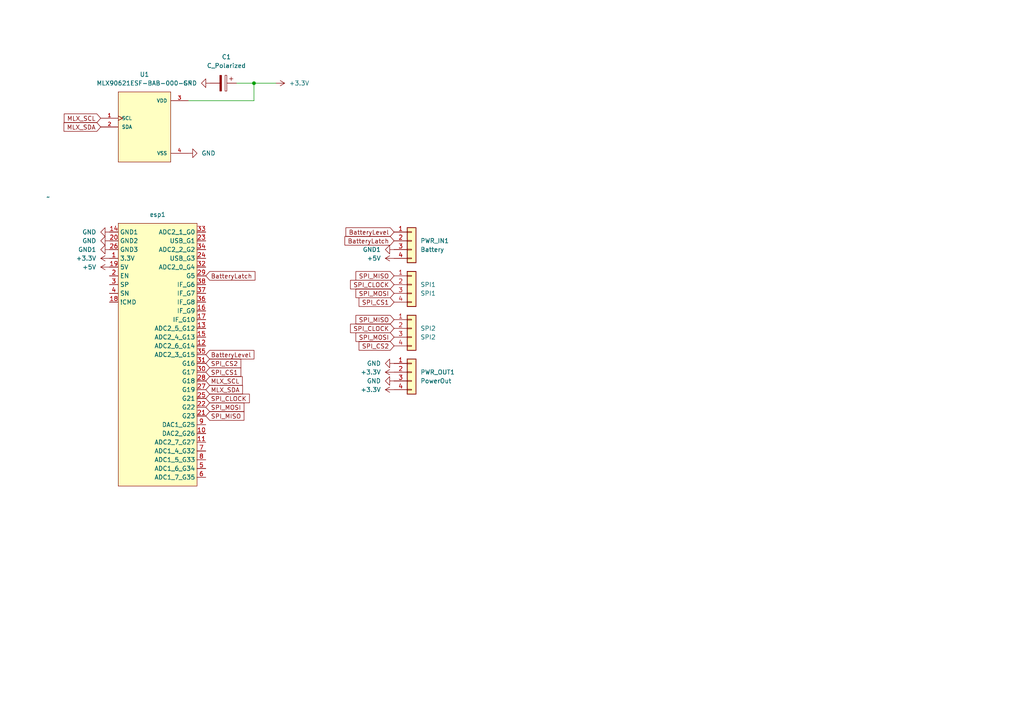
<source format=kicad_sch>
(kicad_sch (version 20230121) (generator eeschema)
  (paper "A4")
  (lib_symbols
    (symbol "AZdelivery_nodemcu_esp32:nodemcu_esp32_1_1"
      (property "Reference" "esp32" (at -6.35 7.62 0))
      (symbol "nodemcu_esp32_1_1_1_1"
        (rectangle (start 13.97 0) (end 36.83 -76.2) (fill (type background)))
        (pin power_out line (at 11.43 -10.16 0) (length 2.54) (name "3.3V") (number "1"))
        (pin bidirectional line (at 39.37 -60.96 180) (length 2.54) (name "DAC2_G26") (number "10"))
        (pin bidirectional line (at 39.37 -63.5 180) (length 2.54) (name "ADC2_7_G27") (number "11"))
        (pin bidirectional line (at 39.37 -35.56 180) (length 2.54) (name "ADC2_6_G14") (number "12"))
        (pin bidirectional line (at 39.37 -30.48 180) (length 2.54) (name "ADC2_5_G12") (number "13"))
        (pin power_out line (at 11.43 -2.54 0) (length 2.54) (name "GND1") (number "14"))
        (pin bidirectional line (at 39.37 -33.02 180) (length 2.54) (name "ADC2_4_G13") (number "15"))
        (pin input line (at 39.37 -25.4 180) (length 2.54) (name "IF_G9") (number "16"))
        (pin input line (at 39.37 -27.94 180) (length 2.54) (name "IF_G10") (number "17"))
        (pin output line (at 11.43 -22.86 0) (length 2.54) (name "!CMD") (number "18"))
        (pin power_out line (at 11.43 -12.7 0) (length 2.54) (name "5V") (number "19"))
        (pin output line (at 11.43 -15.24 0) (length 2.54) (name "EN") (number "2"))
        (pin power_out line (at 11.43 -5.08 0) (length 2.54) (name "GND2") (number "20"))
        (pin bidirectional line (at 39.37 -55.88 180) (length 2.54) (name "G23") (number "21"))
        (pin bidirectional line (at 39.37 -53.34 180) (length 2.54) (name "G22") (number "22"))
        (pin bidirectional line (at 39.37 -5.08 180) (length 2.54) (name "USB_G1") (number "23"))
        (pin bidirectional line (at 39.37 -10.16 180) (length 2.54) (name "USB_G3") (number "24"))
        (pin bidirectional line (at 39.37 -50.8 180) (length 2.54) (name "G21") (number "25"))
        (pin power_out line (at 11.43 -7.62 0) (length 2.54) (name "GND3") (number "26"))
        (pin bidirectional line (at 39.37 -48.26 180) (length 2.54) (name "G19") (number "27"))
        (pin bidirectional line (at 39.37 -45.72 180) (length 2.54) (name "G18") (number "28"))
        (pin bidirectional line (at 39.37 -15.24 180) (length 2.54) (name "G5") (number "29"))
        (pin output line (at 11.43 -17.78 0) (length 2.54) (name "SP") (number "3"))
        (pin bidirectional line (at 39.37 -43.18 180) (length 2.54) (name "G17") (number "30"))
        (pin bidirectional line (at 39.37 -40.64 180) (length 2.54) (name "G16") (number "31"))
        (pin bidirectional line (at 39.37 -12.7 180) (length 2.54) (name "ADC2_0_G4") (number "32"))
        (pin bidirectional line (at 39.37 -2.54 180) (length 2.54) (name "ADC2_1_G0") (number "33"))
        (pin bidirectional line (at 39.37 -7.62 180) (length 2.54) (name "ADC2_2_G2") (number "34"))
        (pin bidirectional line (at 39.37 -38.1 180) (length 2.54) (name "ADC2_3_G15") (number "35"))
        (pin input line (at 39.37 -22.86 180) (length 2.54) (name "IF_G8") (number "36"))
        (pin input line (at 39.37 -20.32 180) (length 2.54) (name "IF_G7") (number "37"))
        (pin input line (at 39.37 -17.78 180) (length 2.54) (name "IF_G6") (number "38"))
        (pin output line (at 11.43 -20.32 0) (length 2.54) (name "SN") (number "4"))
        (pin bidirectional line (at 39.37 -71.12 180) (length 2.54) (name "ADC1_6_G34") (number "5"))
        (pin bidirectional line (at 39.37 -73.66 180) (length 2.54) (name "ADC1_7_G35") (number "6"))
        (pin bidirectional line (at 39.37 -66.04 180) (length 2.54) (name "ADC1_4_G32") (number "7"))
        (pin bidirectional line (at 39.37 -68.58 180) (length 2.54) (name "ADC1_5_G33") (number "8"))
        (pin bidirectional line (at 39.37 -58.42 180) (length 2.54) (name "DAC1_G25") (number "9"))
      )
    )
    (symbol "Connector_Generic:Conn_01x04" (pin_names (offset 1.016) hide)
      (property "Reference" "J" (at 0 5.08 0))
      (property "Value" "Conn_01x04" (at 0 -7.62 0))
      (symbol "Conn_01x04_1_1"
        (rectangle (start -1.27 -4.953) (end 0 -5.207) (stroke (width 0.1524)))
        (rectangle (start -1.27 -2.413) (end 0 -2.667) (stroke (width 0.1524)))
        (rectangle (start -1.27 0.127) (end 0 -0.127) (stroke (width 0.1524)))
        (rectangle (start -1.27 2.667) (end 0 2.413) (stroke (width 0.1524)))
        (rectangle (start -1.27 3.81) (end 1.27 -6.35) (stroke (width 0.254)) (fill (type background)))
        (pin passive line (at -5.08 2.54 0) (length 3.81) (name "Pin_1") (number "1"))
        (pin passive line (at -5.08 0 0) (length 3.81) (name "Pin_2") (number "2"))
        (pin passive line (at -5.08 -2.54 0) (length 3.81) (name "Pin_3") (number "3"))
        (pin passive line (at -5.08 -5.08 0) (length 3.81) (name "Pin_4") (number "4"))
      )
    )
    (symbol "Device:C_Polarized" (pin_numbers hide) (pin_names (offset 0.254))
      (property "Reference" "C" (at 0.635 2.54 0))
      (property "Value" "C_Polarized" (at 0.635 -2.54 0))
      (symbol "C_Polarized_0_1"
        (rectangle (start -2.286 0.508) (end 2.286 1.016))
        (polyline (pts (xy -1.778 2.286) (xy -0.762 2.286)))
        (polyline (pts (xy -1.27 2.794) (xy -1.27 1.778)))
        (rectangle (start 2.286 -0.508) (end -2.286 -1.016) (fill (type outline)))
      )
      (symbol "C_Polarized_1_1"
        (pin passive line (at 0 3.81 270) (length 2.794) (name "~") (number "1"))
        (pin passive line (at 0 -3.81 90) (length 2.794) (name "~") (number "2"))
      )
    )
    (symbol "MLX90621ESF-BAB-000-SP:MLX90621ESF-BAB-000-SP" (pin_names (offset 1.016))
      (property "Reference" "U" (at -7.62 10.922 0))
      (property "Value" "MLX90621ESF-BAB-000-SP" (at -7.62 -12.7 0))
      (symbol "MLX90621ESF-BAB-000-SP_0_0"
        (rectangle (start -7.62 10.16) (end 7.62 -10.16) (stroke (width 0.1524)) (fill (type background)))
        (pin input clock (at -12.7 2.54 0) (length 5.08) (name "SCL") (number "1"))
        (pin bidirectional line (at -12.7 0 0) (length 5.08) (name "SDA") (number "2"))
        (pin power_in line (at 12.7 7.62 180) (length 5.08) (name "VDD") (number "3"))
        (pin power_in line (at 12.7 -7.62 180) (length 5.08) (name "VSS") (number "4"))
      )
    )
    (symbol "power:+3.3V" (power) (pin_names (offset 0))
      (property "Value" "+3.3V" (at 0 3.556 0))
      (symbol "+3.3V_0_1"
        (polyline (pts (xy -0.762 1.27) (xy 0 2.54)))
        (polyline (pts (xy 0 0) (xy 0 2.54)))
        (polyline (pts (xy 0 2.54) (xy 0.762 1.27)))
      )
      (symbol "+3.3V_1_1"
        (pin power_in line (at 0 0 90) (length 0) hide (name "+3.3V") (number "1"))
      )
    )
    (symbol "power:+5V" (power) (pin_names (offset 0))
      (property "Value" "+5V" (at 0 3.556 0))
      (symbol "+5V_0_1"
        (polyline (pts (xy -0.762 1.27) (xy 0 2.54)))
        (polyline (pts (xy 0 0) (xy 0 2.54)))
        (polyline (pts (xy 0 2.54) (xy 0.762 1.27)))
      )
      (symbol "+5V_1_1"
        (pin power_in line (at 0 0 90) (length 0) hide (name "+5V") (number "1"))
      )
    )
    (symbol "power:GND" (power) (pin_names (offset 0))
      (property "Value" "GND" (at 0 -3.81 0))
      (symbol "GND_0_1"
        (polyline (pts (xy 0 0) (xy 0 -1.27) (xy 1.27 -1.27) (xy 0 -2.54) (xy -1.27 -1.27) (xy 0 -1.27)))
      )
      (symbol "GND_1_1"
        (pin power_in line (at 0 0 270) (length 0) hide (name "GND") (number "1"))
      )
    )
    (symbol "power:GND1" (power) (pin_names (offset 0))
      (property "Value" "GND1" (at 0 -3.81 0))
      (symbol "GND1_0_1"
        (polyline (pts (xy 0 0) (xy 0 -1.27) (xy 1.27 -1.27) (xy 0 -2.54) (xy -1.27 -1.27) (xy 0 -1.27)))
      )
      (symbol "GND1_1_1"
        (pin power_in line (at 0 0 270) (length 0) hide (name "GND1") (number "1"))
      )
    )
  )
  (junction (at 73.66 24.13))
  (wire (pts (xy 68.58 24.13) (xy 73.66 24.13)))
  (wire (pts (xy 54.61 29.21) (xy 73.66 29.21)))
  (wire (pts (xy 73.66 29.21) (xy 73.66 24.13)))
  (wire (pts (xy 73.66 24.13) (xy 80.01 24.13)))
  (global_label "SPI_MISO" (shape input) (at 59.69 120.65 0) (property "Intersheetrefs" "${INTERSHEET_REFS}" (effects hide)))
  (global_label "SPI_CS2" (shape input) (at 114.3 100.33 180) (property "Intersheetrefs" "${INTERSHEET_REFS}" (effects hide)))
  (global_label "MLX_SDA" (shape input) (at 29.21 36.83 180) (property "Intersheetrefs" "${INTERSHEET_REFS}" (effects hide)))
  (global_label "SPI_MOSI" (shape input) (at 114.3 85.09 180) (property "Intersheetrefs" "${INTERSHEET_REFS}" (effects hide)))
  (global_label "BatteryLevel" (shape input) (at 114.3 67.31 180) (property "Intersheetrefs" "${INTERSHEET_REFS}" (effects hide)))
  (global_label "SPI_MISO" (shape input) (at 114.3 92.71 180) (property "Intersheetrefs" "${INTERSHEET_REFS}" (effects hide)))
  (global_label "SPI_MOSI" (shape input) (at 114.3 97.79 180) (property "Intersheetrefs" "${INTERSHEET_REFS}" (effects hide)))
  (global_label "SPI_CS2" (shape input) (at 59.69 105.41 0) (property "Intersheetrefs" "${INTERSHEET_REFS}" (effects hide)))
  (global_label "BatteryLatch" (shape input) (at 59.69 80.01 0) (property "Intersheetrefs" "${INTERSHEET_REFS}" (effects hide)))
  (global_label "SPI_CLOCK" (shape input) (at 114.3 82.55 180) (property "Intersheetrefs" "${INTERSHEET_REFS}" (effects hide)))
  (global_label "SPI_CLOCK" (shape input) (at 59.69 115.57 0) (property "Intersheetrefs" "${INTERSHEET_REFS}" (effects hide)))
  (global_label "SPI_MOSI" (shape input) (at 59.69 118.11 0) (property "Intersheetrefs" "${INTERSHEET_REFS}" (effects hide)))
  (global_label "SPI_CS1" (shape input) (at 59.69 107.95 0) (property "Intersheetrefs" "${INTERSHEET_REFS}" (effects hide)))
  (global_label "MLX_SDA" (shape input) (at 59.69 113.03 0) (property "Intersheetrefs" "${INTERSHEET_REFS}" (effects hide)))
  (global_label "BatteryLatch" (shape input) (at 114.3 69.85 180) (property "Intersheetrefs" "${INTERSHEET_REFS}" (effects hide)))
  (global_label "SPI_MISO" (shape input) (at 114.3 80.01 180) (property "Intersheetrefs" "${INTERSHEET_REFS}" (effects hide)))
  (global_label "MLX_SCL" (shape input) (at 59.69 110.49 0) (property "Intersheetrefs" "${INTERSHEET_REFS}" (effects hide)))
  (global_label "SPI_CLOCK" (shape input) (at 114.3 95.25 180) (property "Intersheetrefs" "${INTERSHEET_REFS}" (effects hide)))
  (global_label "MLX_SCL" (shape input) (at 29.21 34.29 180) (property "Intersheetrefs" "${INTERSHEET_REFS}" (effects hide)))
  (global_label "BatteryLevel" (shape input) (at 59.69 102.87 0) (property "Intersheetrefs" "${INTERSHEET_REFS}" (effects hide)))
  (global_label "SPI_CS1" (shape input) (at 114.3 87.63 180) (property "Intersheetrefs" "${INTERSHEET_REFS}" (effects hide)))
  (symbol (lib_id "power:+3.3V") (at 31.75 74.93 90) (unit 1)
    (property "Reference" "#PWR06" (effects hide))
    (property "Value" "+3.3V" (at 27.94 74.93 90) (effects (justify left)))
  )
  (symbol (lib_id "power:+3.3V") (at 80.01 24.13 270) (unit 1)
    (property "Reference" "#PWR07" (effects hide))
    (property "Value" "+3.3V" (at 83.82 24.13 90) (effects (justify left)))
  )
  (symbol (lib_id "power:GND") (at 31.75 69.85 270) (unit 1)
    (property "Reference" "#PWR02" (effects hide))
    (property "Value" "GND" (at 27.94 69.85 90) (effects (justify right)))
  )
  (symbol (lib_id "power:+5V") (at 31.75 77.47 90) (unit 1)
    (property "Reference" "#PWR08" (effects hide))
    (property "Value" "+5V" (at 27.94 77.47 90) (effects (justify left)))
  )
  (symbol (lib_id "power:GND") (at 114.3 105.41 270) (unit 1)
    (property "Reference" "#PWR013" (effects hide))
    (property "Value" "GND" (at 110.49 105.41 90) (effects (justify right)))
  )
  (symbol (lib_id "MLX90621ESF-BAB-000-SP:MLX90621ESF-BAB-000-SP") (at 41.91 36.83 0) (unit 1)
    (property "Reference" "U1" (at 41.91 21.59 0))
    (property "Value" "MLX90621ESF-BAB-000-SP" (at 41.91 24.13 0))
    (property "Footprint" "TO292P930H600-4" (effects hide))
    (property "Description" "\nTemperature Sensor Digital, Infrared (IR) -40°C ~ 85°C - TO-39\n" (effects hide))
  )
  (symbol (lib_id "power:GND") (at 31.75 67.31 270) (unit 1)
    (property "Reference" "#PWR01" (effects hide))
    (property "Value" "GND" (at 27.94 67.31 90) (effects (justify right)))
  )
  (symbol (lib_id "power:GND1") (at 114.3 72.39 270) (unit 1)
    (property "Reference" "#PWR011" (effects hide))
    (property "Value" "GND1" (at 110.49 72.39 90) (effects (justify right)))
  )
  (symbol (lib_id "power:GND1") (at 31.75 72.39 270) (unit 1)
    (property "Reference" "#PWR03" (effects hide))
    (property "Value" "GND1" (at 27.94 72.39 90) (effects (justify right)))
  )
  (symbol (lib_id "Device:C_Polarized") (at 64.77 24.13 270) (unit 1)
    (property "Reference" "C1" (at 65.659 16.51 90))
    (property "Value" "C_Polarized" (at 65.659 19.05 90))
    (property "Footprint" "Capacitor_THT:C_Disc_D4.3mm_W1.9mm_P5.00mm" (effects hide))
  )
  (symbol (lib_id "power:+3.3V") (at 114.3 107.95 90) (unit 1)
    (property "Reference" "#PWR010" (effects hide))
    (property "Value" "+3.3V" (at 110.49 107.95 90) (effects (justify left)))
  )
  (symbol (lib_id "power:+3.3V") (at 114.3 113.03 90) (unit 1)
    (property "Reference" "#PWR012" (effects hide))
    (property "Value" "+3.3V" (at 110.49 113.03 90) (effects (justify left)))
  )
  (symbol (lib_id "AZdelivery_nodemcu_esp32:nodemcu_esp32_1_1") (at 20.32 64.77 0) (unit 1)
    (property "Reference" "esp1" (at 45.72 62.23 0))
    (property "Value" "~" (at 13.97 57.15 0))
    (property "Footprint" "AZdelivery_nodemcu_esp32" (effects hide))
  )
  (symbol (lib_id "power:GND") (at 54.61 44.45 90) (unit 1)
    (property "Reference" "#PWR05" (effects hide))
    (property "Value" "GND" (at 58.42 44.45 90) (effects (justify right)))
  )
  (symbol (lib_id "Connector_Generic:Conn_01x04") (at 119.38 107.95 0) (unit 1)
    (property "Reference" "PWR_OUT1" (at 121.92 107.95 0) (effects (justify left)))
    (property "Value" "PowerOut" (at 121.92 110.49 0) (effects (justify left)))
    (property "Footprint" "Connector_PinSocket_2.54mm:PinSocket_1x04_P2.54mm_Vertical" (effects hide))
  )
  (symbol (lib_id "power:GND") (at 114.3 110.49 270) (unit 1)
    (property "Reference" "#PWR014" (effects hide))
    (property "Value" "GND" (at 110.49 110.49 90) (effects (justify right)))
  )
  (symbol (lib_id "power:GND") (at 60.96 24.13 270) (unit 1)
    (property "Reference" "#PWR04" (effects hide))
    (property "Value" "GND" (at 57.15 24.13 90) (effects (justify right)))
  )
  (symbol (lib_id "Connector_Generic:Conn_01x04") (at 119.38 95.25 0) (unit 1)
    (property "Reference" "SPI2" (at 121.92 95.25 0) (effects (justify left)))
    (property "Value" "SPI2" (at 121.92 97.79 0) (effects (justify left)))
    (property "Footprint" "Connector_PinSocket_2.54mm:PinSocket_1x04_P2.54mm_Vertical" (effects hide))
  )
  (symbol (lib_id "power:+5V") (at 114.3 74.93 90) (unit 1)
    (property "Reference" "#PWR09" (effects hide))
    (property "Value" "+5V" (at 110.49 74.93 90) (effects (justify left)))
  )
  (symbol (lib_id "Connector_Generic:Conn_01x04") (at 119.38 82.55 0) (unit 1)
    (property "Reference" "SPI1" (at 121.92 82.55 0) (effects (justify left)))
    (property "Value" "SPI1" (at 121.92 85.09 0) (effects (justify left)))
    (property "Footprint" "Connector_PinSocket_2.54mm:PinSocket_1x04_P2.54mm_Vertical" (effects hide))
  )
  (symbol (lib_id "Connector_Generic:Conn_01x04") (at 119.38 69.85 0) (unit 1)
    (property "Reference" "PWR_IN1" (at 121.92 69.85 0) (effects (justify left)))
    (property "Value" "Battery" (at 121.92 72.39 0) (effects (justify left)))
    (property "Footprint" "Connector_PinSocket_2.54mm:PinSocket_1x04_P2.54mm_Vertical" (effects hide))
  )
)
</source>
